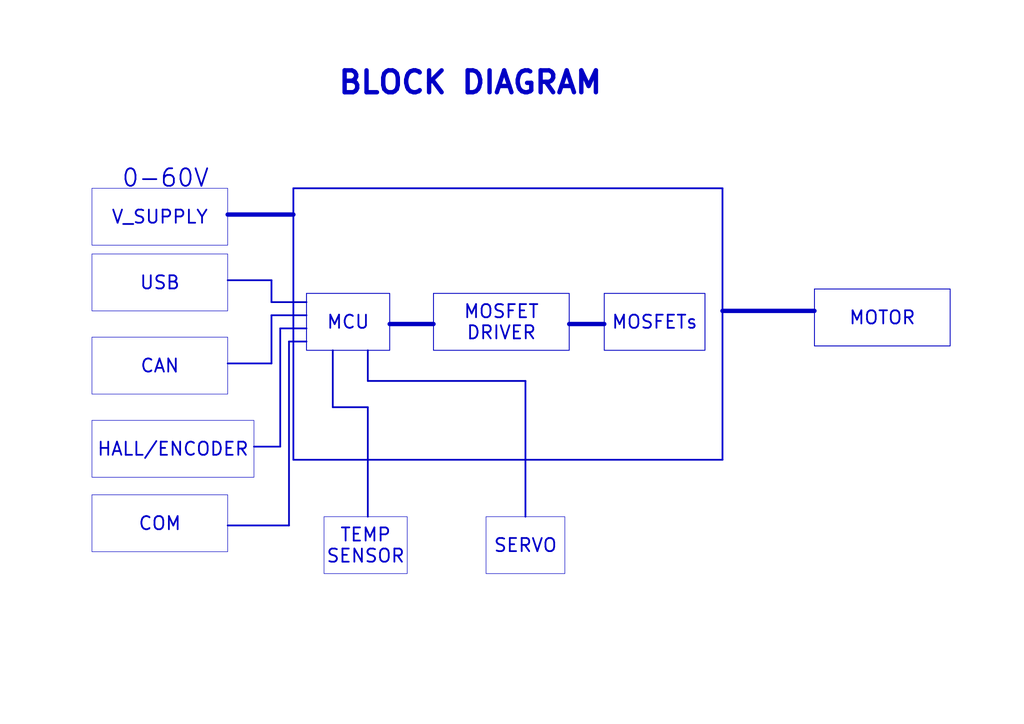
<source format=kicad_sch>
(kicad_sch
	(version 20250114)
	(generator "eeschema")
	(generator_version "9.0")
	(uuid "6570ab04-f036-485f-a6b6-a8cd68a5e144")
	(paper "A4")
	(title_block
		(title "BLOCK DIAGRAM")
		(date "2025-04-06")
		(rev "rev0")
		(company "DBtronics Inc.")
		(comment 1 "Dian Basit")
		(comment 2 "dianbasit@dbtronics.org")
		(comment 3 "+1 (587) 432-2486")
	)
	(lib_symbols)
	(text "${TITLE}\n"
		(exclude_from_sim no)
		(at 136.398 24.13 0)
		(effects
			(font
				(size 6.35 6.35)
				(thickness 1.27)
				(bold yes)
			)
		)
		(uuid "7e3ebdad-59b5-4af0-8c5b-9061143ee0ef")
	)
	(text "0-60V"
		(exclude_from_sim no)
		(at 48.006 51.816 0)
		(effects
			(font
				(size 5.08 5.08)
				(thickness 0.508)
				(bold yes)
			)
		)
		(uuid "e9c45a6a-5885-4a71-8a12-e8491fbab8e4")
	)
	(text_box "MOSFET DRIVER"
		(exclude_from_sim no)
		(at 125.73 85.09 0)
		(size 39.37 16.51)
		(margins 0.9525 0.9525 0.9525 0.9525)
		(stroke
			(width 0.254)
			(type solid)
		)
		(fill
			(type none)
		)
		(effects
			(font
				(size 3.81 3.81)
				(thickness 0.508)
				(bold yes)
			)
		)
		(uuid "1e6397b4-2c64-4d41-a8d3-c3f2f1d436c5")
	)
	(text_box "CAN"
		(exclude_from_sim no)
		(at 26.67 97.79 0)
		(size 39.37 16.51)
		(margins 0.9525 0.9525 0.9525 0.9525)
		(stroke
			(width 0)
			(type solid)
		)
		(fill
			(type none)
		)
		(effects
			(font
				(size 3.81 3.81)
				(thickness 0.508)
				(bold yes)
			)
		)
		(uuid "25e17b7c-4c5e-45c5-b40c-3399b52df4f8")
	)
	(text_box "MOTOR"
		(exclude_from_sim no)
		(at 236.22 83.82 0)
		(size 39.37 16.51)
		(margins 0.9525 0.9525 0.9525 0.9525)
		(stroke
			(width 0.254)
			(type solid)
		)
		(fill
			(type none)
		)
		(effects
			(font
				(size 3.81 3.81)
				(thickness 0.508)
				(bold yes)
			)
		)
		(uuid "4728add8-0eb8-4f34-872e-616b7aef0d08")
	)
	(text_box "SERVO"
		(exclude_from_sim no)
		(at 140.97 149.86 0)
		(size 22.86 16.51)
		(margins 0.9525 0.9525 0.9525 0.9525)
		(stroke
			(width 0)
			(type solid)
		)
		(fill
			(type none)
		)
		(effects
			(font
				(size 3.81 3.81)
				(thickness 0.508)
				(bold yes)
			)
		)
		(uuid "74399dfb-34ea-409c-8631-2dfc35f2b7c8")
	)
	(text_box "V_SUPPLY"
		(exclude_from_sim no)
		(at 26.67 54.61 0)
		(size 39.37 16.51)
		(margins 0.9525 0.9525 0.9525 0.9525)
		(stroke
			(width 0)
			(type solid)
		)
		(fill
			(type none)
		)
		(effects
			(font
				(size 3.81 3.81)
				(thickness 0.508)
				(bold yes)
			)
		)
		(uuid "b0bc7559-bf97-4ad4-b57b-0b65be03a490")
	)
	(text_box "HALL/ENCODER"
		(exclude_from_sim no)
		(at 26.67 121.92 0)
		(size 46.99 16.51)
		(margins 0.9525 0.9525 0.9525 0.9525)
		(stroke
			(width 0)
			(type solid)
		)
		(fill
			(type none)
		)
		(effects
			(font
				(size 3.81 3.81)
				(thickness 0.508)
				(bold yes)
			)
		)
		(uuid "b1ab493c-1b6a-4858-8553-bc416200825c")
	)
	(text_box "MCU"
		(exclude_from_sim no)
		(at 88.9 85.09 0)
		(size 24.13 16.51)
		(margins 0.9525 0.9525 0.9525 0.9525)
		(stroke
			(width 0.254)
			(type solid)
		)
		(fill
			(type none)
		)
		(effects
			(font
				(size 3.81 3.81)
				(thickness 0.508)
				(bold yes)
			)
		)
		(uuid "bb650375-aee6-4bfb-aee3-3dca6ce47a8e")
	)
	(text_box "TEMP SENSOR"
		(exclude_from_sim no)
		(at 93.98 149.86 0)
		(size 24.13 16.51)
		(margins 0.9525 0.9525 0.9525 0.9525)
		(stroke
			(width 0)
			(type solid)
		)
		(fill
			(type none)
		)
		(effects
			(font
				(size 3.81 3.81)
				(thickness 0.508)
				(bold yes)
			)
		)
		(uuid "ceaec1e7-e2fd-4f3f-b227-9b608b05f3a3")
	)
	(text_box "MOSFETs"
		(exclude_from_sim no)
		(at 175.26 85.09 0)
		(size 29.21 16.51)
		(margins 0.9525 0.9525 0.9525 0.9525)
		(stroke
			(width 0.254)
			(type solid)
		)
		(fill
			(type none)
		)
		(effects
			(font
				(size 3.81 3.81)
				(thickness 0.508)
				(bold yes)
			)
		)
		(uuid "ceeca84c-40ac-4c76-9512-367fbe816ee7")
	)
	(text_box "COM"
		(exclude_from_sim no)
		(at 26.67 143.51 0)
		(size 39.37 16.51)
		(margins 0.9525 0.9525 0.9525 0.9525)
		(stroke
			(width 0)
			(type solid)
		)
		(fill
			(type none)
		)
		(effects
			(font
				(size 3.81 3.81)
				(thickness 0.508)
				(bold yes)
			)
		)
		(uuid "d367468d-137c-4e06-86a9-d57cdd4c4d34")
	)
	(text_box "USB"
		(exclude_from_sim no)
		(at 26.67 73.66 0)
		(size 39.37 16.51)
		(margins 0.9525 0.9525 0.9525 0.9525)
		(stroke
			(width 0)
			(type solid)
		)
		(fill
			(type none)
		)
		(effects
			(font
				(size 3.81 3.81)
				(thickness 0.508)
				(bold yes)
			)
		)
		(uuid "fde13501-8ab8-47f7-b383-e267ecdf4d4d")
	)
	(polyline
		(pts
			(xy 165.1 93.98) (xy 175.26 93.98)
		)
		(stroke
			(width 1.27)
			(type solid)
		)
		(uuid "1b5440ac-4284-4b0e-8b37-9f76c4092a16")
	)
	(polyline
		(pts
			(xy 106.68 101.6) (xy 106.68 110.49)
		)
		(stroke
			(width 0.508)
			(type default)
		)
		(uuid "236616fa-762b-4e8d-942e-238afa78f5e2")
	)
	(polyline
		(pts
			(xy 83.82 152.4) (xy 83.82 99.06)
		)
		(stroke
			(width 0.508)
			(type default)
		)
		(uuid "44885e33-ac74-4c29-b6ad-4c03e79b7f15")
	)
	(polyline
		(pts
			(xy 78.74 105.41) (xy 78.74 91.44)
		)
		(stroke
			(width 0.508)
			(type default)
		)
		(uuid "473f79b8-aa61-435e-8c83-022c2db4b952")
	)
	(polyline
		(pts
			(xy 209.55 90.17) (xy 236.22 90.17)
		)
		(stroke
			(width 1.27)
			(type solid)
		)
		(uuid "47fd6005-1384-4504-8f00-798c25199797")
	)
	(polyline
		(pts
			(xy 85.09 54.61) (xy 85.09 133.35)
		)
		(stroke
			(width 0.508)
			(type default)
		)
		(uuid "49b303a2-4492-40ae-8fb7-db11b981524a")
	)
	(polyline
		(pts
			(xy 85.09 133.35) (xy 209.55 133.35)
		)
		(stroke
			(width 0.508)
			(type solid)
		)
		(uuid "5245a739-70f4-499d-9fb2-80557f39b81c")
	)
	(polyline
		(pts
			(xy 66.04 81.28) (xy 78.74 81.28)
		)
		(stroke
			(width 0.508)
			(type default)
		)
		(uuid "540d5eea-8dae-454e-ae10-3e5440631109")
	)
	(polyline
		(pts
			(xy 78.74 87.63) (xy 88.9 87.63)
		)
		(stroke
			(width 0.508)
			(type default)
		)
		(uuid "5bf225ce-4114-4f3d-bc72-6433d69e11da")
	)
	(polyline
		(pts
			(xy 66.04 62.23) (xy 85.09 62.23)
		)
		(stroke
			(width 1.27)
			(type solid)
		)
		(uuid "62e3521c-d3eb-43d3-9973-e0d213152724")
	)
	(polyline
		(pts
			(xy 113.03 93.98) (xy 125.73 93.98)
		)
		(stroke
			(width 1.27)
			(type default)
		)
		(uuid "75f1cd57-f727-4679-983c-c751b2dd1db9")
	)
	(polyline
		(pts
			(xy 78.74 81.28) (xy 78.74 87.63)
		)
		(stroke
			(width 0.508)
			(type default)
		)
		(uuid "7bff4559-0e1e-4a2d-8f00-da84aa9f1561")
	)
	(polyline
		(pts
			(xy 106.68 149.86) (xy 106.68 118.11)
		)
		(stroke
			(width 0.508)
			(type default)
		)
		(uuid "87fff678-f321-46da-8f57-76f032195a87")
	)
	(polyline
		(pts
			(xy 209.55 133.35) (xy 209.55 54.61)
		)
		(stroke
			(width 0.508)
			(type solid)
		)
		(uuid "8ef452b9-f92c-4e3f-992a-d1e660926023")
	)
	(polyline
		(pts
			(xy 152.4 110.49) (xy 106.68 110.49)
		)
		(stroke
			(width 0.508)
			(type default)
		)
		(uuid "95aeb4c1-776b-4fdc-99df-5db8811177ac")
	)
	(polyline
		(pts
			(xy 106.68 118.11) (xy 96.52 118.11)
		)
		(stroke
			(width 0.508)
			(type default)
		)
		(uuid "a0aa3f98-a8b0-4fc9-ba84-e4d143596260")
	)
	(polyline
		(pts
			(xy 85.09 54.61) (xy 209.55 54.61)
		)
		(stroke
			(width 0.508)
			(type default)
		)
		(uuid "b732e0ce-ad37-40fd-9728-24a9fab074b2")
	)
	(polyline
		(pts
			(xy 78.74 91.44) (xy 88.9 91.44)
		)
		(stroke
			(width 0.508)
			(type default)
		)
		(uuid "babcb705-19c4-45d8-8b6a-e2737c5aaa0d")
	)
	(polyline
		(pts
			(xy 81.28 95.25) (xy 88.9 95.25)
		)
		(stroke
			(width 0.508)
			(type default)
		)
		(uuid "bc65e1b3-c930-4ca6-887f-895f38063bf0")
	)
	(polyline
		(pts
			(xy 81.28 129.54) (xy 81.28 95.25)
		)
		(stroke
			(width 0.508)
			(type default)
		)
		(uuid "c0fefb66-0d93-4c34-b515-46bbe8a81f1d")
	)
	(polyline
		(pts
			(xy 66.04 105.41) (xy 78.74 105.41)
		)
		(stroke
			(width 0.508)
			(type default)
		)
		(uuid "c3ca52d3-eb49-4776-9c13-31836e49adc2")
	)
	(polyline
		(pts
			(xy 83.82 99.06) (xy 88.9 99.06)
		)
		(stroke
			(width 0.508)
			(type default)
		)
		(uuid "c675a1d6-9f04-4993-a325-1727c3d6edd6")
	)
	(polyline
		(pts
			(xy 73.66 129.54) (xy 81.28 129.54)
		)
		(stroke
			(width 0.508)
			(type default)
		)
		(uuid "de2e58f3-9f51-43c4-a35a-6e16fa7de285")
	)
	(polyline
		(pts
			(xy 96.52 101.6) (xy 96.52 118.11)
		)
		(stroke
			(width 0.508)
			(type default)
		)
		(uuid "e235420a-db1d-4169-94a1-b0a61cd68b15")
	)
	(polyline
		(pts
			(xy 66.04 152.4) (xy 83.82 152.4)
		)
		(stroke
			(width 0.508)
			(type default)
		)
		(uuid "edbc7360-a156-4ce8-a4a0-0588733c75f3")
	)
	(polyline
		(pts
			(xy 152.4 149.86) (xy 152.4 110.49)
		)
		(stroke
			(width 0.508)
			(type default)
		)
		(uuid "f53f2bbf-5f84-4784-a348-74e9f1d9f9b2")
	)
)

</source>
